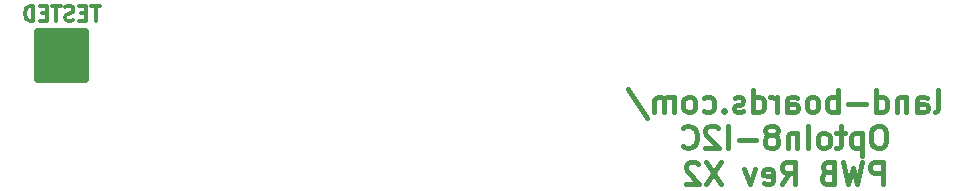
<source format=gbo>
G04 #@! TF.FileFunction,Legend,Bot*
%FSLAX46Y46*%
G04 Gerber Fmt 4.6, Leading zero omitted, Abs format (unit mm)*
G04 Created by KiCad (PCBNEW (after 2015-mar-04 BZR unknown)-product) date 4/26/2015 2:57:46 PM*
%MOMM*%
G01*
G04 APERTURE LIST*
%ADD10C,0.150000*%
%ADD11C,0.381000*%
%ADD12C,0.650000*%
%ADD13C,0.317500*%
G04 APERTURE END LIST*
D10*
D11*
X236265355Y-164818786D02*
X236446783Y-164728071D01*
X236537498Y-164546643D01*
X236537498Y-162913786D01*
X234723212Y-164818786D02*
X234723212Y-163820929D01*
X234813926Y-163639500D01*
X234995355Y-163548786D01*
X235358212Y-163548786D01*
X235539641Y-163639500D01*
X234723212Y-164728071D02*
X234904641Y-164818786D01*
X235358212Y-164818786D01*
X235539641Y-164728071D01*
X235630355Y-164546643D01*
X235630355Y-164365214D01*
X235539641Y-164183786D01*
X235358212Y-164093071D01*
X234904641Y-164093071D01*
X234723212Y-164002357D01*
X233816070Y-163548786D02*
X233816070Y-164818786D01*
X233816070Y-163730214D02*
X233725355Y-163639500D01*
X233543927Y-163548786D01*
X233271784Y-163548786D01*
X233090355Y-163639500D01*
X232999641Y-163820929D01*
X232999641Y-164818786D01*
X231276070Y-164818786D02*
X231276070Y-162913786D01*
X231276070Y-164728071D02*
X231457499Y-164818786D01*
X231820356Y-164818786D01*
X232001784Y-164728071D01*
X232092499Y-164637357D01*
X232183213Y-164455929D01*
X232183213Y-163911643D01*
X232092499Y-163730214D01*
X232001784Y-163639500D01*
X231820356Y-163548786D01*
X231457499Y-163548786D01*
X231276070Y-163639500D01*
X230368928Y-164093071D02*
X228917499Y-164093071D01*
X228010357Y-164818786D02*
X228010357Y-162913786D01*
X228010357Y-163639500D02*
X227828928Y-163548786D01*
X227466071Y-163548786D01*
X227284642Y-163639500D01*
X227193928Y-163730214D01*
X227103214Y-163911643D01*
X227103214Y-164455929D01*
X227193928Y-164637357D01*
X227284642Y-164728071D01*
X227466071Y-164818786D01*
X227828928Y-164818786D01*
X228010357Y-164728071D01*
X226014643Y-164818786D02*
X226196071Y-164728071D01*
X226286786Y-164637357D01*
X226377500Y-164455929D01*
X226377500Y-163911643D01*
X226286786Y-163730214D01*
X226196071Y-163639500D01*
X226014643Y-163548786D01*
X225742500Y-163548786D01*
X225561071Y-163639500D01*
X225470357Y-163730214D01*
X225379643Y-163911643D01*
X225379643Y-164455929D01*
X225470357Y-164637357D01*
X225561071Y-164728071D01*
X225742500Y-164818786D01*
X226014643Y-164818786D01*
X223746786Y-164818786D02*
X223746786Y-163820929D01*
X223837500Y-163639500D01*
X224018929Y-163548786D01*
X224381786Y-163548786D01*
X224563215Y-163639500D01*
X223746786Y-164728071D02*
X223928215Y-164818786D01*
X224381786Y-164818786D01*
X224563215Y-164728071D01*
X224653929Y-164546643D01*
X224653929Y-164365214D01*
X224563215Y-164183786D01*
X224381786Y-164093071D01*
X223928215Y-164093071D01*
X223746786Y-164002357D01*
X222839644Y-164818786D02*
X222839644Y-163548786D01*
X222839644Y-163911643D02*
X222748929Y-163730214D01*
X222658215Y-163639500D01*
X222476786Y-163548786D01*
X222295358Y-163548786D01*
X220843929Y-164818786D02*
X220843929Y-162913786D01*
X220843929Y-164728071D02*
X221025358Y-164818786D01*
X221388215Y-164818786D01*
X221569643Y-164728071D01*
X221660358Y-164637357D01*
X221751072Y-164455929D01*
X221751072Y-163911643D01*
X221660358Y-163730214D01*
X221569643Y-163639500D01*
X221388215Y-163548786D01*
X221025358Y-163548786D01*
X220843929Y-163639500D01*
X220027501Y-164728071D02*
X219846072Y-164818786D01*
X219483215Y-164818786D01*
X219301787Y-164728071D01*
X219211072Y-164546643D01*
X219211072Y-164455929D01*
X219301787Y-164274500D01*
X219483215Y-164183786D01*
X219755358Y-164183786D01*
X219936787Y-164093071D01*
X220027501Y-163911643D01*
X220027501Y-163820929D01*
X219936787Y-163639500D01*
X219755358Y-163548786D01*
X219483215Y-163548786D01*
X219301787Y-163639500D01*
X218394644Y-164637357D02*
X218303929Y-164728071D01*
X218394644Y-164818786D01*
X218485358Y-164728071D01*
X218394644Y-164637357D01*
X218394644Y-164818786D01*
X216671072Y-164728071D02*
X216852501Y-164818786D01*
X217215358Y-164818786D01*
X217396786Y-164728071D01*
X217487501Y-164637357D01*
X217578215Y-164455929D01*
X217578215Y-163911643D01*
X217487501Y-163730214D01*
X217396786Y-163639500D01*
X217215358Y-163548786D01*
X216852501Y-163548786D01*
X216671072Y-163639500D01*
X215582501Y-164818786D02*
X215763929Y-164728071D01*
X215854644Y-164637357D01*
X215945358Y-164455929D01*
X215945358Y-163911643D01*
X215854644Y-163730214D01*
X215763929Y-163639500D01*
X215582501Y-163548786D01*
X215310358Y-163548786D01*
X215128929Y-163639500D01*
X215038215Y-163730214D01*
X214947501Y-163911643D01*
X214947501Y-164455929D01*
X215038215Y-164637357D01*
X215128929Y-164728071D01*
X215310358Y-164818786D01*
X215582501Y-164818786D01*
X214131073Y-164818786D02*
X214131073Y-163548786D01*
X214131073Y-163730214D02*
X214040358Y-163639500D01*
X213858930Y-163548786D01*
X213586787Y-163548786D01*
X213405358Y-163639500D01*
X213314644Y-163820929D01*
X213314644Y-164818786D01*
X213314644Y-163820929D02*
X213223930Y-163639500D01*
X213042501Y-163548786D01*
X212770358Y-163548786D01*
X212588930Y-163639500D01*
X212498215Y-163820929D01*
X212498215Y-164818786D01*
X210230358Y-162823071D02*
X211863215Y-165272357D01*
X231684284Y-165961786D02*
X231321427Y-165961786D01*
X231139999Y-166052500D01*
X230958570Y-166233929D01*
X230867856Y-166596786D01*
X230867856Y-167231786D01*
X230958570Y-167594643D01*
X231139999Y-167776071D01*
X231321427Y-167866786D01*
X231684284Y-167866786D01*
X231865713Y-167776071D01*
X232047142Y-167594643D01*
X232137856Y-167231786D01*
X232137856Y-166596786D01*
X232047142Y-166233929D01*
X231865713Y-166052500D01*
X231684284Y-165961786D01*
X230051428Y-166596786D02*
X230051428Y-168501786D01*
X230051428Y-166687500D02*
X229869999Y-166596786D01*
X229507142Y-166596786D01*
X229325713Y-166687500D01*
X229234999Y-166778214D01*
X229144285Y-166959643D01*
X229144285Y-167503929D01*
X229234999Y-167685357D01*
X229325713Y-167776071D01*
X229507142Y-167866786D01*
X229869999Y-167866786D01*
X230051428Y-167776071D01*
X228599999Y-166596786D02*
X227874285Y-166596786D01*
X228327857Y-165961786D02*
X228327857Y-167594643D01*
X228237142Y-167776071D01*
X228055714Y-167866786D01*
X227874285Y-167866786D01*
X226967143Y-167866786D02*
X227148571Y-167776071D01*
X227239286Y-167685357D01*
X227330000Y-167503929D01*
X227330000Y-166959643D01*
X227239286Y-166778214D01*
X227148571Y-166687500D01*
X226967143Y-166596786D01*
X226695000Y-166596786D01*
X226513571Y-166687500D01*
X226422857Y-166778214D01*
X226332143Y-166959643D01*
X226332143Y-167503929D01*
X226422857Y-167685357D01*
X226513571Y-167776071D01*
X226695000Y-167866786D01*
X226967143Y-167866786D01*
X225515715Y-167866786D02*
X225515715Y-165961786D01*
X224608572Y-166596786D02*
X224608572Y-167866786D01*
X224608572Y-166778214D02*
X224517857Y-166687500D01*
X224336429Y-166596786D01*
X224064286Y-166596786D01*
X223882857Y-166687500D01*
X223792143Y-166868929D01*
X223792143Y-167866786D01*
X222612858Y-166778214D02*
X222794286Y-166687500D01*
X222885001Y-166596786D01*
X222975715Y-166415357D01*
X222975715Y-166324643D01*
X222885001Y-166143214D01*
X222794286Y-166052500D01*
X222612858Y-165961786D01*
X222250001Y-165961786D01*
X222068572Y-166052500D01*
X221977858Y-166143214D01*
X221887143Y-166324643D01*
X221887143Y-166415357D01*
X221977858Y-166596786D01*
X222068572Y-166687500D01*
X222250001Y-166778214D01*
X222612858Y-166778214D01*
X222794286Y-166868929D01*
X222885001Y-166959643D01*
X222975715Y-167141071D01*
X222975715Y-167503929D01*
X222885001Y-167685357D01*
X222794286Y-167776071D01*
X222612858Y-167866786D01*
X222250001Y-167866786D01*
X222068572Y-167776071D01*
X221977858Y-167685357D01*
X221887143Y-167503929D01*
X221887143Y-167141071D01*
X221977858Y-166959643D01*
X222068572Y-166868929D01*
X222250001Y-166778214D01*
X221070715Y-167141071D02*
X219619286Y-167141071D01*
X218712144Y-167866786D02*
X218712144Y-165961786D01*
X217895715Y-166143214D02*
X217805001Y-166052500D01*
X217623572Y-165961786D01*
X217170001Y-165961786D01*
X216988572Y-166052500D01*
X216897858Y-166143214D01*
X216807143Y-166324643D01*
X216807143Y-166506071D01*
X216897858Y-166778214D01*
X217986429Y-167866786D01*
X216807143Y-167866786D01*
X214902143Y-167685357D02*
X214992857Y-167776071D01*
X215265000Y-167866786D01*
X215446429Y-167866786D01*
X215718572Y-167776071D01*
X215900000Y-167594643D01*
X215990715Y-167413214D01*
X216081429Y-167050357D01*
X216081429Y-166778214D01*
X215990715Y-166415357D01*
X215900000Y-166233929D01*
X215718572Y-166052500D01*
X215446429Y-165961786D01*
X215265000Y-165961786D01*
X214992857Y-166052500D01*
X214902143Y-166143214D01*
X231820358Y-170914786D02*
X231820358Y-169009786D01*
X231094643Y-169009786D01*
X230913215Y-169100500D01*
X230822500Y-169191214D01*
X230731786Y-169372643D01*
X230731786Y-169644786D01*
X230822500Y-169826214D01*
X230913215Y-169916929D01*
X231094643Y-170007643D01*
X231820358Y-170007643D01*
X230096786Y-169009786D02*
X229643215Y-170914786D01*
X229280358Y-169554071D01*
X228917500Y-170914786D01*
X228463929Y-169009786D01*
X227103215Y-169916929D02*
X226831072Y-170007643D01*
X226740357Y-170098357D01*
X226649643Y-170279786D01*
X226649643Y-170551929D01*
X226740357Y-170733357D01*
X226831072Y-170824071D01*
X227012500Y-170914786D01*
X227738215Y-170914786D01*
X227738215Y-169009786D01*
X227103215Y-169009786D01*
X226921786Y-169100500D01*
X226831072Y-169191214D01*
X226740357Y-169372643D01*
X226740357Y-169554071D01*
X226831072Y-169735500D01*
X226921786Y-169826214D01*
X227103215Y-169916929D01*
X227738215Y-169916929D01*
X223293214Y-170914786D02*
X223928214Y-170007643D01*
X224381786Y-170914786D02*
X224381786Y-169009786D01*
X223656071Y-169009786D01*
X223474643Y-169100500D01*
X223383928Y-169191214D01*
X223293214Y-169372643D01*
X223293214Y-169644786D01*
X223383928Y-169826214D01*
X223474643Y-169916929D01*
X223656071Y-170007643D01*
X224381786Y-170007643D01*
X221751071Y-170824071D02*
X221932500Y-170914786D01*
X222295357Y-170914786D01*
X222476786Y-170824071D01*
X222567500Y-170642643D01*
X222567500Y-169916929D01*
X222476786Y-169735500D01*
X222295357Y-169644786D01*
X221932500Y-169644786D01*
X221751071Y-169735500D01*
X221660357Y-169916929D01*
X221660357Y-170098357D01*
X222567500Y-170279786D01*
X221025357Y-169644786D02*
X220571786Y-170914786D01*
X220118214Y-169644786D01*
X218122499Y-169009786D02*
X216852499Y-170914786D01*
X216852499Y-169009786D02*
X218122499Y-170914786D01*
X216217499Y-169191214D02*
X216126785Y-169100500D01*
X215945356Y-169009786D01*
X215491785Y-169009786D01*
X215310356Y-169100500D01*
X215219642Y-169191214D01*
X215128927Y-169372643D01*
X215128927Y-169554071D01*
X215219642Y-169826214D01*
X216308213Y-170914786D01*
X215128927Y-170914786D01*
D12*
X160306000Y-158020000D02*
X164306000Y-158020000D01*
X164306000Y-158020000D02*
X164306000Y-162020000D01*
X164306000Y-162020000D02*
X160306000Y-162020000D01*
X160306000Y-162020000D02*
X160306000Y-158020000D01*
X160306000Y-158020000D02*
X160306000Y-158520000D01*
X160306000Y-158520000D02*
X164306000Y-158520000D01*
X164306000Y-158520000D02*
X164306000Y-159020000D01*
X164306000Y-159020000D02*
X160306000Y-159020000D01*
X160306000Y-159020000D02*
X160306000Y-159520000D01*
X160306000Y-159520000D02*
X164306000Y-159520000D01*
X164306000Y-159520000D02*
X164306000Y-160020000D01*
X164306000Y-160020000D02*
X160306000Y-160020000D01*
X160306000Y-160020000D02*
X160306000Y-160520000D01*
X160306000Y-160520000D02*
X163806000Y-160520000D01*
X163806000Y-160520000D02*
X164306000Y-160520000D01*
X164306000Y-160520000D02*
X164306000Y-161020000D01*
X164306000Y-161020000D02*
X160306000Y-161020000D01*
X160306000Y-161020000D02*
X160306000Y-161520000D01*
X160306000Y-161520000D02*
X164306000Y-161520000D01*
D13*
X165541477Y-155824524D02*
X164815762Y-155824524D01*
X165178619Y-157094524D02*
X165178619Y-155824524D01*
X164392429Y-156429286D02*
X163969096Y-156429286D01*
X163787667Y-157094524D02*
X164392429Y-157094524D01*
X164392429Y-155824524D01*
X163787667Y-155824524D01*
X163303857Y-157034048D02*
X163122429Y-157094524D01*
X162820048Y-157094524D01*
X162699095Y-157034048D01*
X162638619Y-156973571D01*
X162578143Y-156852619D01*
X162578143Y-156731667D01*
X162638619Y-156610714D01*
X162699095Y-156550238D01*
X162820048Y-156489762D01*
X163061952Y-156429286D01*
X163182905Y-156368810D01*
X163243381Y-156308333D01*
X163303857Y-156187381D01*
X163303857Y-156066429D01*
X163243381Y-155945476D01*
X163182905Y-155885000D01*
X163061952Y-155824524D01*
X162759572Y-155824524D01*
X162578143Y-155885000D01*
X162215286Y-155824524D02*
X161489571Y-155824524D01*
X161852428Y-157094524D02*
X161852428Y-155824524D01*
X161066238Y-156429286D02*
X160642905Y-156429286D01*
X160461476Y-157094524D02*
X161066238Y-157094524D01*
X161066238Y-155824524D01*
X160461476Y-155824524D01*
X159917190Y-157094524D02*
X159917190Y-155824524D01*
X159614809Y-155824524D01*
X159433381Y-155885000D01*
X159312428Y-156005952D01*
X159251952Y-156126905D01*
X159191476Y-156368810D01*
X159191476Y-156550238D01*
X159251952Y-156792143D01*
X159312428Y-156913095D01*
X159433381Y-157034048D01*
X159614809Y-157094524D01*
X159917190Y-157094524D01*
M02*

</source>
